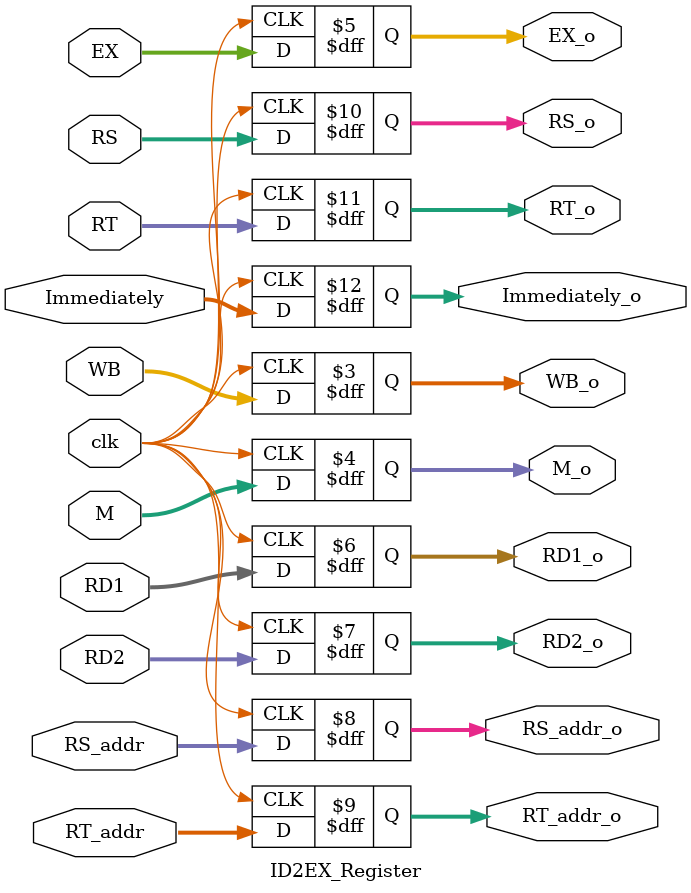
<source format=v>
module ID2EX_Register(
	input clk,
	input [1:0]WB, //{RegWrite,MemToReg}
	input [2:0]M,  //{Branch,MemRead,MemWrite}
	input [3:0]EX, //{RegDst,ALUSrc,ALUOP[1:0]}
	input [4:0]RD1,RD2,RS_addr,RT_addr,
	input [31:0]RS,RT,Immediately,
	output reg [1:0]WB_o,
	output reg [2:0]M_o,
	output reg [3:0]EX_o,
	output reg [4:0]RD1_o,RD2_o,RS_addr_o,RT_addr_o,
	output reg [31:0]RS_o,RT_o,Immediately_o);

initial begin
WB_o=0;
M_o=0;
EX_o=0;
RS_o=0;
RT_o=0;
Immediately_o=0;
RD1_o=0;
RD2_o=0;
RS_addr_o=0;
RT_addr_o=0;
end

always @(posedge clk)begin

WB_o<=WB;
M_o<=M;
EX_o<=EX;
RS_o<=RS;
RT_o<=RT;
Immediately_o<=Immediately;
RD1_o<=RD1;
RD2_o<=RD2;
RS_addr_o<=RS_addr;
RT_addr_o<=RT_addr;

end
endmodule 
</source>
